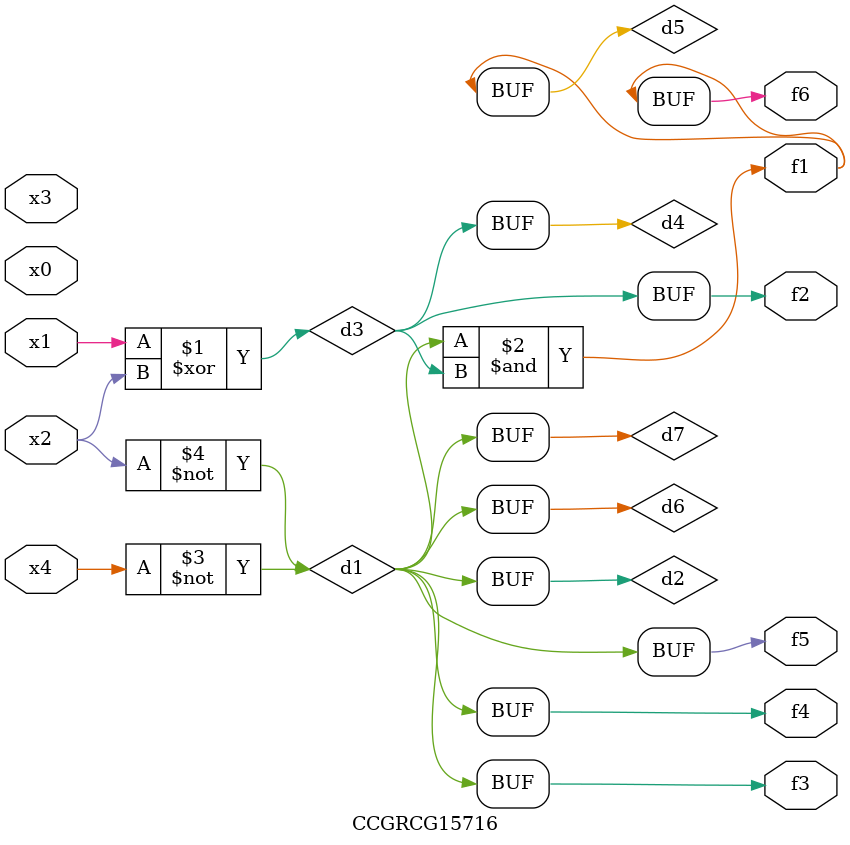
<source format=v>
module CCGRCG15716(
	input x0, x1, x2, x3, x4,
	output f1, f2, f3, f4, f5, f6
);

	wire d1, d2, d3, d4, d5, d6, d7;

	not (d1, x4);
	not (d2, x2);
	xor (d3, x1, x2);
	buf (d4, d3);
	and (d5, d1, d3);
	buf (d6, d1, d2);
	buf (d7, d2);
	assign f1 = d5;
	assign f2 = d4;
	assign f3 = d7;
	assign f4 = d7;
	assign f5 = d7;
	assign f6 = d5;
endmodule

</source>
